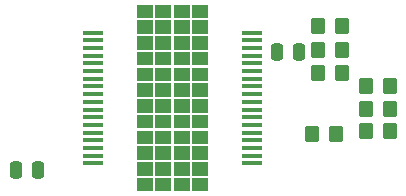
<source format=gbr>
%TF.GenerationSoftware,KiCad,Pcbnew,7.0.11+dfsg-1build4*%
%TF.CreationDate,2024-08-04T00:39:12+02:00*%
%TF.ProjectId,SmallESC,536d616c-6c45-4534-932e-6b696361645f,rev?*%
%TF.SameCoordinates,Original*%
%TF.FileFunction,Paste,Top*%
%TF.FilePolarity,Positive*%
%FSLAX46Y46*%
G04 Gerber Fmt 4.6, Leading zero omitted, Abs format (unit mm)*
G04 Created by KiCad (PCBNEW 7.0.11+dfsg-1build4) date 2024-08-04 00:39:12*
%MOMM*%
%LPD*%
G01*
G04 APERTURE LIST*
G04 Aperture macros list*
%AMRoundRect*
0 Rectangle with rounded corners*
0 $1 Rounding radius*
0 $2 $3 $4 $5 $6 $7 $8 $9 X,Y pos of 4 corners*
0 Add a 4 corners polygon primitive as box body*
4,1,4,$2,$3,$4,$5,$6,$7,$8,$9,$2,$3,0*
0 Add four circle primitives for the rounded corners*
1,1,$1+$1,$2,$3*
1,1,$1+$1,$4,$5*
1,1,$1+$1,$6,$7*
1,1,$1+$1,$8,$9*
0 Add four rect primitives between the rounded corners*
20,1,$1+$1,$2,$3,$4,$5,0*
20,1,$1+$1,$4,$5,$6,$7,0*
20,1,$1+$1,$6,$7,$8,$9,0*
20,1,$1+$1,$8,$9,$2,$3,0*%
G04 Aperture macros list end*
%ADD10RoundRect,0.250000X-0.350000X-0.450000X0.350000X-0.450000X0.350000X0.450000X-0.350000X0.450000X0*%
%ADD11RoundRect,0.250000X0.350000X0.450000X-0.350000X0.450000X-0.350000X-0.450000X0.350000X-0.450000X0*%
%ADD12RoundRect,0.250000X-0.250000X-0.475000X0.250000X-0.475000X0.250000X0.475000X-0.250000X0.475000X0*%
%ADD13R,1.792199X0.431000*%
G04 APERTURE END LIST*
%TO.C,U1*%
G36*
X69953200Y-72906001D02*
G01*
X68603800Y-72906001D01*
X68603800Y-71772501D01*
X69953200Y-71772501D01*
X69953200Y-72906001D01*
G37*
G36*
X69953200Y-71572501D02*
G01*
X68603800Y-71572501D01*
X68603800Y-70439001D01*
X69953200Y-70439001D01*
X69953200Y-71572501D01*
G37*
G36*
X69953200Y-70239001D02*
G01*
X68603800Y-70239001D01*
X68603800Y-69105501D01*
X69953200Y-69105501D01*
X69953200Y-70239001D01*
G37*
G36*
X69953200Y-68905501D02*
G01*
X68603800Y-68905501D01*
X68603800Y-67772001D01*
X69953200Y-67772001D01*
X69953200Y-68905501D01*
G37*
G36*
X69953200Y-67572001D02*
G01*
X68603800Y-67572001D01*
X68603800Y-66438501D01*
X69953200Y-66438501D01*
X69953200Y-67572001D01*
G37*
G36*
X69953200Y-66238501D02*
G01*
X68603800Y-66238501D01*
X68603800Y-65105001D01*
X69953200Y-65105001D01*
X69953200Y-66238501D01*
G37*
G36*
X69953200Y-64905001D02*
G01*
X68603800Y-64905001D01*
X68603800Y-63771501D01*
X69953200Y-63771501D01*
X69953200Y-64905001D01*
G37*
G36*
X69953200Y-63571501D02*
G01*
X68603800Y-63571501D01*
X68603800Y-62438001D01*
X69953200Y-62438001D01*
X69953200Y-63571501D01*
G37*
G36*
X69953200Y-62238001D02*
G01*
X68603800Y-62238001D01*
X68603800Y-61104501D01*
X69953200Y-61104501D01*
X69953200Y-62238001D01*
G37*
G36*
X69953200Y-60904501D02*
G01*
X68603800Y-60904501D01*
X68603800Y-59771001D01*
X69953200Y-59771001D01*
X69953200Y-60904501D01*
G37*
G36*
X69953200Y-59571001D02*
G01*
X68603800Y-59571001D01*
X68603800Y-58437501D01*
X69953200Y-58437501D01*
X69953200Y-59571001D01*
G37*
G36*
X69953200Y-58237501D02*
G01*
X68603800Y-58237501D01*
X68603800Y-57104001D01*
X69953200Y-57104001D01*
X69953200Y-58237501D01*
G37*
G36*
X68403800Y-72906001D02*
G01*
X67054400Y-72906001D01*
X67054400Y-71772501D01*
X68403800Y-71772501D01*
X68403800Y-72906001D01*
G37*
G36*
X68403800Y-71572501D02*
G01*
X67054400Y-71572501D01*
X67054400Y-70439001D01*
X68403800Y-70439001D01*
X68403800Y-71572501D01*
G37*
G36*
X68403800Y-70239001D02*
G01*
X67054400Y-70239001D01*
X67054400Y-69105501D01*
X68403800Y-69105501D01*
X68403800Y-70239001D01*
G37*
G36*
X68403800Y-68905501D02*
G01*
X67054400Y-68905501D01*
X67054400Y-67772001D01*
X68403800Y-67772001D01*
X68403800Y-68905501D01*
G37*
G36*
X68403800Y-67572001D02*
G01*
X67054400Y-67572001D01*
X67054400Y-66438501D01*
X68403800Y-66438501D01*
X68403800Y-67572001D01*
G37*
G36*
X68403800Y-66238501D02*
G01*
X67054400Y-66238501D01*
X67054400Y-65105001D01*
X68403800Y-65105001D01*
X68403800Y-66238501D01*
G37*
G36*
X68403800Y-64905001D02*
G01*
X67054400Y-64905001D01*
X67054400Y-63771501D01*
X68403800Y-63771501D01*
X68403800Y-64905001D01*
G37*
G36*
X68403800Y-63571501D02*
G01*
X67054400Y-63571501D01*
X67054400Y-62438001D01*
X68403800Y-62438001D01*
X68403800Y-63571501D01*
G37*
G36*
X68403800Y-62238001D02*
G01*
X67054400Y-62238001D01*
X67054400Y-61104501D01*
X68403800Y-61104501D01*
X68403800Y-62238001D01*
G37*
G36*
X68403800Y-60904501D02*
G01*
X67054400Y-60904501D01*
X67054400Y-59771001D01*
X68403800Y-59771001D01*
X68403800Y-60904501D01*
G37*
G36*
X68403800Y-59571001D02*
G01*
X67054400Y-59571001D01*
X67054400Y-58437501D01*
X68403800Y-58437501D01*
X68403800Y-59571001D01*
G37*
G36*
X68403800Y-58237501D02*
G01*
X67054400Y-58237501D01*
X67054400Y-57104001D01*
X68403800Y-57104001D01*
X68403800Y-58237501D01*
G37*
G36*
X66854400Y-72906001D02*
G01*
X65505000Y-72906001D01*
X65505000Y-71772501D01*
X66854400Y-71772501D01*
X66854400Y-72906001D01*
G37*
G36*
X66854400Y-71572501D02*
G01*
X65505000Y-71572501D01*
X65505000Y-70439001D01*
X66854400Y-70439001D01*
X66854400Y-71572501D01*
G37*
G36*
X66854400Y-70239001D02*
G01*
X65505000Y-70239001D01*
X65505000Y-69105501D01*
X66854400Y-69105501D01*
X66854400Y-70239001D01*
G37*
G36*
X66854400Y-68905501D02*
G01*
X65505000Y-68905501D01*
X65505000Y-67772001D01*
X66854400Y-67772001D01*
X66854400Y-68905501D01*
G37*
G36*
X66854400Y-67572001D02*
G01*
X65505000Y-67572001D01*
X65505000Y-66438501D01*
X66854400Y-66438501D01*
X66854400Y-67572001D01*
G37*
G36*
X66854400Y-66238501D02*
G01*
X65505000Y-66238501D01*
X65505000Y-65105001D01*
X66854400Y-65105001D01*
X66854400Y-66238501D01*
G37*
G36*
X66854400Y-64905001D02*
G01*
X65505000Y-64905001D01*
X65505000Y-63771501D01*
X66854400Y-63771501D01*
X66854400Y-64905001D01*
G37*
G36*
X66854400Y-63571501D02*
G01*
X65505000Y-63571501D01*
X65505000Y-62438001D01*
X66854400Y-62438001D01*
X66854400Y-63571501D01*
G37*
G36*
X66854400Y-62238001D02*
G01*
X65505000Y-62238001D01*
X65505000Y-61104501D01*
X66854400Y-61104501D01*
X66854400Y-62238001D01*
G37*
G36*
X66854400Y-60904501D02*
G01*
X65505000Y-60904501D01*
X65505000Y-59771001D01*
X66854400Y-59771001D01*
X66854400Y-60904501D01*
G37*
G36*
X66854400Y-59571001D02*
G01*
X65505000Y-59571001D01*
X65505000Y-58437501D01*
X66854400Y-58437501D01*
X66854400Y-59571001D01*
G37*
G36*
X66854400Y-58237501D02*
G01*
X65505000Y-58237501D01*
X65505000Y-57104001D01*
X66854400Y-57104001D01*
X66854400Y-58237501D01*
G37*
G36*
X65305000Y-72906001D02*
G01*
X63955600Y-72906001D01*
X63955600Y-71772501D01*
X65305000Y-71772501D01*
X65305000Y-72906001D01*
G37*
G36*
X65305000Y-71572501D02*
G01*
X63955600Y-71572501D01*
X63955600Y-70439001D01*
X65305000Y-70439001D01*
X65305000Y-71572501D01*
G37*
G36*
X65305000Y-70239001D02*
G01*
X63955600Y-70239001D01*
X63955600Y-69105501D01*
X65305000Y-69105501D01*
X65305000Y-70239001D01*
G37*
G36*
X65305000Y-68905501D02*
G01*
X63955600Y-68905501D01*
X63955600Y-67772001D01*
X65305000Y-67772001D01*
X65305000Y-68905501D01*
G37*
G36*
X65305000Y-67572001D02*
G01*
X63955600Y-67572001D01*
X63955600Y-66438501D01*
X65305000Y-66438501D01*
X65305000Y-67572001D01*
G37*
G36*
X65305000Y-66238501D02*
G01*
X63955600Y-66238501D01*
X63955600Y-65105001D01*
X65305000Y-65105001D01*
X65305000Y-66238501D01*
G37*
G36*
X65305000Y-64905001D02*
G01*
X63955600Y-64905001D01*
X63955600Y-63771501D01*
X65305000Y-63771501D01*
X65305000Y-64905001D01*
G37*
G36*
X65305000Y-63571501D02*
G01*
X63955600Y-63571501D01*
X63955600Y-62438001D01*
X65305000Y-62438001D01*
X65305000Y-63571501D01*
G37*
G36*
X65305000Y-62238001D02*
G01*
X63955600Y-62238001D01*
X63955600Y-61104501D01*
X65305000Y-61104501D01*
X65305000Y-62238001D01*
G37*
G36*
X65305000Y-60904501D02*
G01*
X63955600Y-60904501D01*
X63955600Y-59771001D01*
X65305000Y-59771001D01*
X65305000Y-60904501D01*
G37*
G36*
X65305000Y-59571001D02*
G01*
X63955600Y-59571001D01*
X63955600Y-58437501D01*
X65305000Y-58437501D01*
X65305000Y-59571001D01*
G37*
G36*
X65305000Y-58237501D02*
G01*
X63955600Y-58237501D01*
X63955600Y-57104001D01*
X65305000Y-57104001D01*
X65305000Y-58237501D01*
G37*
%TD*%
D10*
%TO.C,R6*%
X79280000Y-60960000D03*
X81280000Y-60960000D03*
%TD*%
D11*
%TO.C,R2*%
X83328000Y-65913000D03*
X85328000Y-65913000D03*
%TD*%
D12*
%TO.C,C1*%
X53660000Y-71120000D03*
X55560000Y-71120000D03*
%TD*%
%TO.C,C3*%
X75758000Y-61087000D03*
X77658000Y-61087000D03*
%TD*%
D10*
%TO.C,R7*%
X79264000Y-58928000D03*
X81264000Y-58928000D03*
%TD*%
D11*
%TO.C,R1*%
X85328000Y-67818000D03*
X83328000Y-67818000D03*
%TD*%
%TO.C,R3*%
X85328000Y-64008000D03*
X83328000Y-64008000D03*
%TD*%
D13*
%TO.C,U1*%
X73660000Y-70530001D03*
X73660000Y-69880000D03*
X73660000Y-69229999D03*
X73660000Y-68580000D03*
X73660000Y-67929999D03*
X73660000Y-67280000D03*
X73660000Y-66629999D03*
X73660000Y-65980000D03*
X73660000Y-65329999D03*
X73660000Y-64680000D03*
X73660000Y-64029999D03*
X73660000Y-63380000D03*
X73660000Y-62729999D03*
X73660000Y-62080001D03*
X73660000Y-61429999D03*
X73660000Y-60780001D03*
X73660000Y-60130002D03*
X73660000Y-59480001D03*
X60248800Y-59480001D03*
X60248800Y-60130002D03*
X60248800Y-60780001D03*
X60248800Y-61430002D03*
X60248800Y-62080001D03*
X60248800Y-62730002D03*
X60248800Y-63380000D03*
X60248800Y-64030002D03*
X60248800Y-64680000D03*
X60248800Y-65330002D03*
X60248800Y-65980000D03*
X60248800Y-66630002D03*
X60248800Y-67280000D03*
X60248800Y-67930001D03*
X60248800Y-68580000D03*
X60248800Y-69230001D03*
X60248800Y-69880000D03*
X60248800Y-70530001D03*
%TD*%
D10*
%TO.C,R5*%
X79280000Y-62865000D03*
X81280000Y-62865000D03*
%TD*%
D11*
%TO.C,R4*%
X80756000Y-68072000D03*
X78756000Y-68072000D03*
%TD*%
M02*

</source>
